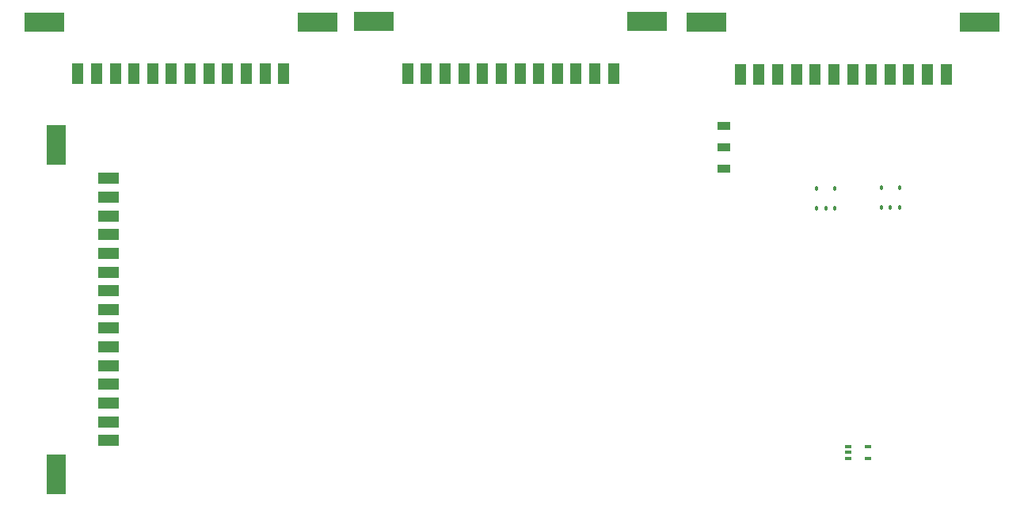
<source format=gbr>
%TF.GenerationSoftware,KiCad,Pcbnew,(6.0.2)*%
%TF.CreationDate,2022-07-20T19:38:25+09:00*%
%TF.ProjectId,shutdown,73687574-646f-4776-9e2e-6b696361645f,rev?*%
%TF.SameCoordinates,Original*%
%TF.FileFunction,Paste,Top*%
%TF.FilePolarity,Positive*%
%FSLAX46Y46*%
G04 Gerber Fmt 4.6, Leading zero omitted, Abs format (unit mm)*
G04 Created by KiCad (PCBNEW (6.0.2)) date 2022-07-20 19:38:25*
%MOMM*%
%LPD*%
G01*
G04 APERTURE LIST*
G04 Aperture macros list*
%AMRoundRect*
0 Rectangle with rounded corners*
0 $1 Rounding radius*
0 $2 $3 $4 $5 $6 $7 $8 $9 X,Y pos of 4 corners*
0 Add a 4 corners polygon primitive as box body*
4,1,4,$2,$3,$4,$5,$6,$7,$8,$9,$2,$3,0*
0 Add four circle primitives for the rounded corners*
1,1,$1+$1,$2,$3*
1,1,$1+$1,$4,$5*
1,1,$1+$1,$6,$7*
1,1,$1+$1,$8,$9*
0 Add four rect primitives between the rounded corners*
20,1,$1+$1,$2,$3,$4,$5,0*
20,1,$1+$1,$4,$5,$6,$7,0*
20,1,$1+$1,$6,$7,$8,$9,0*
20,1,$1+$1,$8,$9,$2,$3,0*%
G04 Aperture macros list end*
%ADD10R,4.241800X2.057400*%
%ADD11R,1.244600X2.260600*%
%ADD12R,2.057400X4.241800*%
%ADD13R,2.260600X1.244600*%
%ADD14R,0.794499X0.354800*%
%ADD15R,1.473200X0.889000*%
%ADD16RoundRect,0.074803X0.075197X-0.175197X0.075197X0.175197X-0.075197X0.175197X-0.075197X-0.175197X0*%
%ADD17RoundRect,0.075000X0.075000X-0.175000X0.075000X0.175000X-0.075000X0.175000X-0.075000X-0.175000X0*%
G04 APERTURE END LIST*
D10*
%TO.C,J2*%
X171260000Y-64449200D03*
X200460000Y-64449200D03*
D11*
X196860000Y-70029200D03*
X194860000Y-70029200D03*
X192860000Y-70029200D03*
X190860000Y-70029200D03*
X188860000Y-70029200D03*
X186860000Y-70029200D03*
X184860000Y-70029200D03*
X182860000Y-70029200D03*
X180860000Y-70029200D03*
X178860000Y-70029200D03*
X176860000Y-70029200D03*
X174860000Y-70029200D03*
%TD*%
D12*
%TO.C,J1*%
X137310000Y-112850000D03*
X137310000Y-77650000D03*
D13*
X142890000Y-81250000D03*
X142890000Y-83250000D03*
X142890000Y-85250000D03*
X142890000Y-87250000D03*
X142890000Y-89250000D03*
X142890000Y-91250000D03*
X142890000Y-93250000D03*
X142890000Y-95250000D03*
X142890000Y-97250000D03*
X142890000Y-99250000D03*
X142890000Y-101250000D03*
X142890000Y-103250000D03*
X142890000Y-105250000D03*
X142890000Y-107250000D03*
X142890000Y-109250000D03*
%TD*%
D14*
%TO.C,U7*%
X221919649Y-109890001D03*
X221919649Y-110540000D03*
X221919649Y-111189999D03*
X224060351Y-111189999D03*
X224060351Y-109890001D03*
%TD*%
D15*
%TO.C,U2*%
X208673900Y-80220000D03*
X208673900Y-77930000D03*
X208673900Y-75640000D03*
%TD*%
D16*
%TO.C,U4*%
X225520000Y-84350000D03*
D17*
X226470000Y-84350000D03*
X227420000Y-84350000D03*
X225520000Y-82250000D03*
X227420000Y-82250000D03*
%TD*%
D16*
%TO.C,U3*%
X218600000Y-84440000D03*
D17*
X219550000Y-84440000D03*
X220500000Y-84440000D03*
X218600000Y-82340000D03*
X220500000Y-82340000D03*
%TD*%
D10*
%TO.C,J3*%
X206820000Y-64539850D03*
X236020000Y-64539850D03*
D11*
X232420000Y-70119850D03*
X230420000Y-70119850D03*
X228420000Y-70119850D03*
X226420000Y-70119850D03*
X224420000Y-70119850D03*
X222420000Y-70119850D03*
X220420000Y-70119850D03*
X218420000Y-70119850D03*
X216420000Y-70119850D03*
X214420000Y-70119850D03*
X212420000Y-70119850D03*
X210420000Y-70119850D03*
%TD*%
D10*
%TO.C,J4*%
X136000000Y-64489200D03*
X165200000Y-64489200D03*
D11*
X161600000Y-70069200D03*
X159600000Y-70069200D03*
X157600000Y-70069200D03*
X155600000Y-70069200D03*
X153600000Y-70069200D03*
X151600000Y-70069200D03*
X149600000Y-70069200D03*
X147600000Y-70069200D03*
X145600000Y-70069200D03*
X143600000Y-70069200D03*
X141600000Y-70069200D03*
X139600000Y-70069200D03*
%TD*%
M02*

</source>
